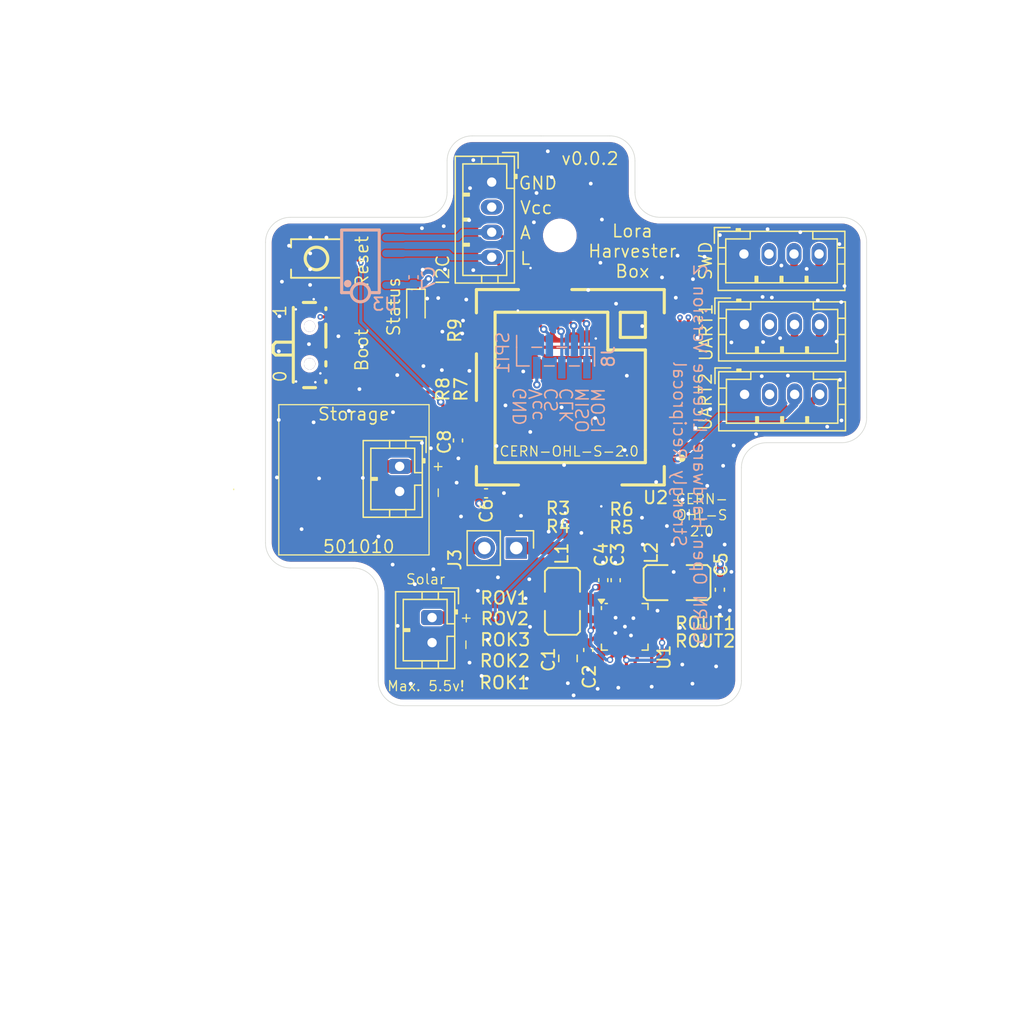
<source format=kicad_pcb>
(kicad_pcb (version 20241229) (generator "pcbnew") (generator_version "9.0")
  (layers (0 "F.Cu" signal "Front") (4 "In1.Cu" signal) (6 "In2.Cu" signal) (2 "B.Cu" signal "Back") (13 "F.Paste" user) (15 "B.Paste" user) (5 "F.SilkS" user "F.Silkscreen") (7 "B.SilkS" user "B.Silkscreen") (1 "F.Mask" user) (3 "B.Mask" user) (25 "Edge.Cuts" user))
  (net 0 "")
  (net 1 "/VBAT")
  (net 2 "GND")
  (net 3 "+3V0")
  (net 4 "/VSTOR")
  (net 5 "/VSOLAR")
  (net 7 "Net-(U1-VREF_SAMP)")
  (net 8 "Net-(U1-LBOOST)")
  (net 9 "Net-(U1-LBUCK)")
  (net 10 "Net-(U1-OK_PROG)")
  (net 11 "Net-(U1-OK_HYST)")
  (net 12 "Net-(U1-VRDIV)")
  (net 13 "Net-(U1-VOUT_SET)")
  (net 14 "Net-(U1-VBAT_OV)")
  (net 15 "Net-(BT1-+)")
  (net 16 "Net-(J8-Pin_6)")
  (net 19 "Net-(J8-Pin_4)")
  (net 22 "Net-(J8-Pin_3)")
  (net 28 "Net-(J8-Pin_5)")
  (net 29 "/RST")
  (net 30 "/SWDIO")
  (net 31 "/SWCLK")
  (net 32 "/U1_TX")
  (net 33 "/U1_RX")
  (net 34 "/U2_RX")
  (net 35 "/U2_TX")
  (net 36 "/SCL")
  (net 37 "/SDA")
  (net 38 "/ADC_SOL")
  (net 39 "/ADC_BAT")
  (net 40 "Net-(R7-Pad1)")
  (net 41 "/BOOT")
  (net 42 "Net-(R8-Pad1)")
  (net 43 "Net-(D1-A)")
  (net 44 "Net-(U2-PA8)")
  (footprint "Connector_JST:JST_PH_B4B-PH-K_1x04_P2.00mm_Vertical" (layer "F.Cu") (at 139.24 69.56)
    (property "Reference" "J5" (hide yes))
    (property "Value" "Conn_01x04_Socket" (hide yes))
  )
  (footprint "Resistor_SMD:R_01005_0402Metric_Pad0.57x0.30mm_HandSolder" (layer "F.Cu") (at 115.16 76.7875 -90)
    (property "Reference" "R8")
    (property "Value" "100" (hide yes))
  )
  (footprint "Resistor_SMD:R_01005_0402Metric_Pad0.57x0.30mm_HandSolder" (layer "F.Cu") (at 131.83375 97.3875 -90)
    (property "Reference" "ROK1")
    (property "Value" "4.3M" (hide yes))
  )
  (footprint "Resistor_SMD:R_01005_0402Metric_Pad0.57x0.30mm_HandSolder" (layer "F.Cu") (at 116.12 71.31 180)
    (property "Reference" "R9")
    (property "Value" "330" (hide yes))
  )
  (footprint "Resistor_SMD:R_01005_0402Metric_Pad0.57x0.30mm_HandSolder" (layer "F.Cu") (at 116.49 76.5 -90)
    (property "Reference" "R7")
    (property "Value" "10k" (hide yes))
  )
  (footprint "Capacitor_SMD:C_0402_1005Metric_Pad0.74x0.62mm_HandSolder" (layer "F.Cu") (at 127.97 89.97 90)
    (property "Reference" "C4")
    (property "Value" "4.7uF" (hide yes))
  )
  (footprint "Capacitor_SMD:C_0402_1005Metric_Pad0.74x0.62mm_HandSolder" (layer "F.Cu") (at 126.77 95.55125 -90)
    (property "Reference" "C2")
    (property "Value" "10nF" (hide yes))
  )
  (footprint "Resistor_SMD:R_01005_0402Metric_Pad0.57x0.30mm_HandSolder" (layer "F.Cu") (at 131.17375 97.3875 -90)
    (property "Reference" "ROK2")
    (property "Value" "6.8M" (hide yes))
  )
  (footprint "Connector_JST:JST_PH_B4B-PH-K_1x04_P2.00mm_Vertical" (layer "F.Cu") (at 139.2 63.93)
    (property "Reference" "J4" (hide yes))
    (property "Value" "Conn_01x04_Socket" (hide yes))
  )
  (footprint "Capacitor_SMD:C_0402_1005Metric_Pad0.74x0.62mm_HandSolder" (layer "F.Cu") (at 118.61 83.04 180)
    (property "Reference" "C6")
    (property "Value" "C" (hide yes))
  )
  (footprint "Resistor_SMD:R_01005_0402Metric_Pad0.57x0.30mm_HandSolder" (layer "F.Cu") (at 126.0675 84.63 180)
    (property "Reference" "R3")
    (property "Value" "R" (hide yes))
  )
  (footprint "Resistor_SMD:R_01005_0402Metric_Pad0.57x0.30mm_HandSolder" (layer "F.Cu") (at 126.0775 85.32)
    (property "Reference" "R4")
    (property "Value" "R" (hide yes))
  )
  (footprint "Resistor_SMD:R_01005_0402Metric_Pad0.57x0.30mm_HandSolder" (layer "F.Cu") (at 129.15375 97.3925 -90)
    (property "Reference" "ROV1")
    (property "Value" "3.9M" (hide yes))
  )
  (footprint "Resistor_SMD:R_01005_0402Metric_Pad0.57x0.30mm_HandSolder" (layer "F.Cu") (at 127.75 85.34)
    (property "Reference" "R5")
    (property "Value" "R" (hide yes))
  )
  (footprint "Resistor_SMD:R_01005_0402Metric_Pad0.57x0.30mm_HandSolder" (layer "F.Cu") (at 134.09 70.1825 90)
    (property "Reference" "R1" (hide yes))
    (property "Value" "10k" (hide yes))
  )
  (footprint "Capacitor_SMD:C_0402_1005Metric_Pad0.74x0.62mm_HandSolder" (layer "F.Cu") (at 128.96 89.9775 90)
    (property "Reference" "C3")
    (property "Value" "0.01uF" (hide yes))
  )
  (footprint "SolarMeshRepeater_Lib:L1210" (layer "F.Cu") (at 124.71 91.66375 90)
    (property "Reference" "L1")
    (property "Value" "22uH" (hide yes))
  )
  (footprint "Connector_PinHeader_2.54mm:PinHeader_1x02_P2.54mm_Vertical" (layer "F.Cu") (at 121.02 87.41 -90)
    (property "Reference" "J3")
    (property "Value" "Conn_01x02_Pin" (hide yes))
  )
  (footprint "Connector_JST:JST_PH_B2B-PH-K_1x02_P2.00mm_Vertical" (layer "F.Cu") (at 114.3 92.96 -90)
    (property "Reference" "J1" (hide yes))
    (property "Value" "Conn_01x02_Pin" (hide yes))
  )
  (footprint "SolarMeshRepeater_Lib:SW-SMD_SSSS811101" (layer "F.Cu") (at 104.97 71.2 -90)
    (property "Reference" "SW1" (hide yes))
    (property "Value" "SSSS811101" (hide yes))
  )
  (footprint "Resistor_SMD:R_01005_0402Metric_Pad0.57x0.30mm_HandSolder" (layer "F.Cu") (at 132.97125 93.74)
    (property "Reference" "ROUT1")
    (property "Value" "5.1M" (hide yes))
  )
  (footprint "Connector_JST:JST_PH_B4B-PH-K_1x04_P2.00mm_Vertical" (layer "F.Cu") (at 119.06 58.19 -90)
    (property "Reference" "J7" (hide yes))
    (property "Value" "Conn_01x04_Socket" (hide yes))
  )
  (footprint "SolarMeshRepeater_Lib:SW-SMD_L3.9-W3.0-P4.45" (layer "F.Cu") (at 105.07 64.29)
    (property "Reference" "SW2" (hide yes))
    (property "Value" "TS-1088-AR02016" (hide yes))
  )
  (footprint "Connector_JST:JST_PH_B2B-PH-K_1x02_P2.00mm_Vertical" (layer "F.Cu") (at 111.71 80.89 -90)
    (property "Reference" "J2" (hide yes))
    (property "Value" "Conn_01x02_Pin" (hide yes))
  )
  (footprint "Resistor_SMD:R_01005_0402Metric_Pad0.57x0.30mm_HandSolder" (layer "F.Cu") (at 134.76 70.17 90)
    (property "Reference" "R2" (hide yes))
    (property "Value" "10k" (hide yes))
  )
  (footprint "SolarMeshRepeater_Lib:WIRELM-SMD_32P-L15.5-W15.0-P1.00" (layer "F.Cu") (at 125.33 74.59 180)
    (property "Reference" "U2")
    (property "Value" "RAK3172-8-SM-I" (hide yes))
  )
  (footprint "Connector_JST:JST_PH_B4B-PH-K_1x04_P2.00mm_Vertical" (layer "F.Cu") (at 139.25 75.14)
    (property "Reference" "J6" (hide yes))
    (property "Value" "Conn_01x04_Socket" (hide yes))
  )
  (footprint "SolarMeshRepeater_Lib:L1210" (layer "F.Cu") (at 133.86375 90.17)
    (property "Reference" "L2")
    (property "Value" "10uH" (hide yes))
  )
  (footprint "SolarMeshRepeater_Lib:501010" (layer "F.Cu") (at 102.06 81.96 90)
    (property "Reference" "BT1" (hide yes))
    (property "Value" "Battery" (hide yes))
  )
  (footprint "LED_SMD:LED_0603_1608Metric" (layer "F.Cu") (at 113.01 68.23 -90)
    (property "Reference" "D1" (hide yes))
    (property "Value" "LED" (hide yes))
  )
  (footprint "Capacitor_SMD:C_0805_2012Metric" (layer "F.Cu") (at 125.15 96.22 -90)
    (property "Reference" "C1")
    (property "Value" "4.7uF" (hide yes))
  )
  (footprint "Capacitor_SMD:C_0402_1005Metric_Pad0.74x0.62mm_HandSolder" (layer "F.Cu") (at 137.28 90.74 90)
    (property "Reference" "C5")
    (property "Value" "C" (hide yes))
  )
  (footprint "Resistor_SMD:R_01005_0402Metric_Pad0.57x0.30mm_HandSolder" (layer "F.Cu") (at 130.51375 97.3925 90)
    (property "Reference" "ROK3")
    (property "Value" "1.9M" (hide yes))
  )
  (footprint "Resistor_SMD:R_01005_0402Metric_Pad0.57x0.30mm_HandSolder" (layer "F.Cu") (at 129.81375 97.395 -90)
    (property "Reference" "ROV2")
    (property "Value" "5.1M" (hide yes))
  )
  (footprint "Capacitor_SMD:C_0402_1005Metric_Pad0.74x0.62mm_HandSolder" (layer "F.Cu") (at 116.37 78.82 -90)
    (property "Reference" "C8")
    (property "Value" "C" (hide yes))
  )
  (footprint "MountingHole:MountingHole_2.2mm_M2" (layer "F.Cu") (at 124.5 62.45)
    (property "Reference" "H1" (hide yes))
    (property "Value" "MountingHole" (hide yes))
  )
  (footprint "Resistor_SMD:R_01005_0402Metric_Pad0.57x0.30mm_HandSolder" (layer "F.Cu") (at 127.74 84.65 180)
    (property "Reference" "R6")
    (property "Value" "R" (hide yes))
  )
  (footprint "Resistor_SMD:R_01005_0402Metric_Pad0.57x0.30mm_HandSolder" (layer "F.Cu") (at 132.97375 94.4)
    (property "Reference" "ROUT2")
    (property "Value" "7.5M" (hide yes))
  )
  (footprint "Package_DFN_QFN:QFN-20-1EP_3.5x3.5mm_P0.5mm_EP2x2mm" (layer "F.Cu") (at 129.68125 93.7)
    (property "Reference" "U1")
    (property "Value" "BQ25570" (hide yes))
  )
  (footprint "SolarMeshRepeater_Lib:SOIC-8_L5.0-W4.0-P1.27-LS6.0-BL" (layer "B.Cu") (at 108.58 64.515 90)
    (property "Reference" "U3")
    (property "Value" "FM24V10-GTR_C466851" (hide yes))
  )
  (footprint "Connector_PinHeader_1.00mm:PinHeader_1x06_P1.00mm_Vertical_SMD_Pin1Left" (layer "B.Cu") (at 124.16 72.125 -90)
    (property "Reference" "J8")
    (property "Value" "Conn_01x06_Socket" (hide yes))
  )
  (footprint "Capacitor_SMD:C_0402_1005Metric_Pad0.74x0.62mm_HandSolder" (layer "B.Cu") (at 112.82 65.785 -90)
    (property "Reference" "C7")
    (property "Value" "C" (hide yes))
  )
  (gr_rect (start 135.66 89.69) (end 137.68 90.65) (stroke (width 0.1)) (fill yes) (layer "F.Cu") (net 3))
  (gr_poly (pts (xy 132.97 91.5) (xy 132.97 88.17375) (xy 130.66 88.15375) (xy 130.664775 92.33) (xy 130.73375 92.33) (xy 131.1 92.23) (xy 131.63 92.02)) (stroke (width 0.254)) (fill yes) (layer "F.Cu") (net 9))
  (gr_poly (pts (xy 131.01 93.14) (xy 132.28 93.15) (xy 134.25 92.08) (xy 134.19 91.91) (xy 134.28 88.29) (xy 136.63375 88.22) (xy 136.603785 93.214219) (xy 131.01 93.26)) (stroke (width 0.254)) (fill yes) (layer "F.Cu") (net 3))
  (gr_poly (pts (xy 128.71 91.55) (xy 128.63 91.54) (xy 128.092435 91.523201) (xy 126.38 90.97) (xy 126.34 89.05) (xy 123.523735 89.03375) (xy 123.13 89.03) (xy 123.17 91.72) (xy 126.653785 91.746594) (xy 127.462436 92.070096) (xy 128.75 92.35) (xy 128.76 91.57)) (stroke (width 0.254)) (fill yes) (layer "F.Cu") (net 8))
  (gr_poly (pts (xy 127.500699 93.06383) (xy 127.343103 93.031774) (xy 126.24 92.43) (xy 123.151032 92.420067) (xy 123.12 94.3) (xy 126.32 94.29375) (xy 126.31 93.29) (xy 128.36 93.27) (xy 128.38 93.09)) (stroke (width 0.254)) (fill yes) (layer "F.Cu") (net 5))
  (gr_line (start 98.46 82.75) (end 98.46 82.7) (stroke (width 0.1)) (layer "F.SilkS"))
  (gr_arc (start 112 100) (mid 110.585786 99.414214) (end 110 98) (stroke (width 0.05)) (layer "Edge.Cuts"))
  (gr_arc (start 115.5 56.5) (mid 116.085786 55.085786) (end 117.5 54.5) (stroke (width 0.05)) (layer "Edge.Cuts"))
  (gr_line (start 139 98) (end 139 81) (stroke (width 0.05)) (layer "Edge.Cuts"))
  (gr_line (start 101 87) (end 101 63) (stroke (width 0.05)) (layer "Edge.Cuts"))
  (gr_arc (start 132.5 61) (mid 131.085786 60.414214) (end 130.5 59) (stroke (width 0.05)) (layer "Edge.Cuts"))
  (gr_line (start 112 100) (end 137 100) (stroke (width 0.05)) (layer "Edge.Cuts"))
  (gr_line (start 117.5 54.5) (end 123 54.5) (stroke (width 0.05)) (layer "Edge.Cuts"))
  (gr_line (start 108 89) (end 103 89) (stroke (width 0.05)) (layer "Edge.Cuts"))
  (gr_arc (start 128.5 54.5) (mid 129.914214 55.085786) (end 130.5 56.5) (stroke (width 0.05)) (layer "Edge.Cuts"))
  (gr_arc (start 149 77) (mid 148.414214 78.414214) (end 147 79) (stroke (width 0.05)) (layer "Edge.Cuts"))
  (gr_arc (start 147 61) (mid 148.414214 61.585786) (end 149 63) (stroke (width 0.05)) (layer "Edge.Cuts"))
  (gr_line (start 115.5 59) (end 115.5 56.5) (stroke (width 0.05)) (layer "Edge.Cuts"))
  (gr_line (start 103 61) (end 113.5 61) (stroke (width 0.05)) (layer "Edge.Cuts"))
  (gr_arc (start 101 63) (mid 101.585786 61.585786) (end 103 61) (stroke (width 0.05)) (layer "Edge.Cuts"))
  (gr_arc (start 115.5 59) (mid 114.914214 60.414214) (end 113.5 61) (stroke (width 0.05)) (layer "Edge.Cuts"))
  (gr_line (start 110 98) (end 110 91) (stroke (width 0.05)) (layer "Edge.Cuts"))
  (gr_line (start 123 54.5) (end 128.5 54.5) (stroke (width 0.05)) (layer "Edge.Cuts"))
  (gr_line (start 147 61) (end 132.5 61) (stroke (width 0.05)) (layer "Edge.Cuts"))
  (gr_line (start 141 79) (end 147 79) (stroke (width 0.05)) (layer "Edge.Cuts"))
  (gr_arc (start 103 89) (mid 101.585786 88.414214) (end 101 87) (stroke (width 0.05)) (layer "Edge.Cuts"))
  (gr_arc (start 108 89) (mid 109.414214 89.585786) (end 110 91) (stroke (width 0.05)) (layer "Edge.Cuts"))
  (gr_line (start 149 77) (end 149 63) (stroke (width 0.05)) (layer "Edge.Cuts"))
  (gr_line (start 130.5 56.5) (end 130.5 59) (stroke (width 0.05)) (layer "Edge.Cuts"))
  (gr_arc (start 139 81) (mid 139.585786 79.585786) (end 141 79) (stroke (width 0.05)) (layer "Edge.Cuts"))
  (gr_arc (start 139 98) (mid 138.414214 99.414214) (end 137 100) (stroke (width 0.05)) (layer "Edge.Cuts"))
  (gr_text "Boot" (at 109.27 73.38 90) (layer "F.SilkS") (effects (font (size 1 1) (thickness 0.125)) (justify left bottom)))
  (gr_text "-" (at 115.2 83.55 90) (layer "F.SilkS") (effects (font (size 0.8 0.8) (thickness 0.1)) (justify left bottom)))
  (gr_text "Vcc" (at 121.25 60.82 0) (layer "F.SilkS") (effects (font (size 1 1) (thickness 0.125)) (justify left bottom)))
  (gr_text "Lora\nHarvester\nBox" (at 130.29 65.9 0) (layer "F.SilkS") (effects (font (size 1 1) (thickness 0.125)) (justify bottom)))
  (gr_text "GND" (at 121.14 58.86 0) (layer "F.SilkS") (effects (font (size 1 1) (thickness 0.125)) (justify left bottom)))
  (gr_text "0" (at 102.75 74.26 90) (layer "F.SilkS") (effects (font (size 1 1) (thickness 0.125)) (justify left bottom)))
  (gr_text "1" (at 102.73 69.03 90) (layer "F.SilkS") (effects (font (size 1 1) (thickness 0.125)) (justify left bottom)))
  (gr_text "Max. 5.5v!" (at 110.66 98.9 0) (layer "F.SilkS") (effects (font (size 0.8 0.8) (thickness 0.1)) (justify left bottom)))
  (gr_text "CERN-OHL-S-2.0" (at 119.62 80.16 0) (layer "F.SilkS") (effects (font (size 0.8 0.8) (thickness 0.1)) (justify left bottom)))
  (gr_text "Solar" (at 112.16 90.37 0) (layer "F.SilkS") (effects (font (size 0.8 0.8) (thickness 0.1)) (justify left bottom)))
  (gr_text "501010" (at 105.51 87.88 0) (layer "F.SilkS") (effects (font (size 1 1) (thickness 0.125)) (justify left bottom)))
  (gr_text "A" (at 121.24 62.83 0) (layer "F.SilkS") (effects (font (size 1 1) (thickness 0.125)) (justify left bottom)))
  (gr_text "Storage" (at 105.11 77.3 0) (layer "F.SilkS") (effects (font (size 1 1) (thickness 0.125)) (justify left bottom)))
  (gr_text "SWD" (at 136.72 66.1 90) (layer "F.SilkS") (effects (font (size 1 1) (thickness 0.125)) (justify left bottom)))
  (gr_text "+" (at 117.44 93.57 90) (layer "F.SilkS") (effects (font (size 0.8 0.8) (thickness 0.1)) (justify left bottom)))
  (gr_text "L" (at 121.25 64.87 0) (layer "F.SilkS") (effects (font (size 1 1) (thickness 0.125)) (justify left bottom)))
  (gr_text "v0.0.2" (at 124.54 56.9 0) (layer "F.SilkS") (effects (font (size 1 1) (thickness 0.125)) (justify left bottom)))
  (gr_text "UART2" (at 136.71 78.12 90) (layer "F.SilkS") (effects (font (size 1 1) (thickness 0.125)) (justify left bottom)))
  (gr_text "UART1" (at 136.77 72.58 90) (layer "F.SilkS") (effects (font (size 1 1) (thickness 0.125)) (justify left bottom)))
  (gr_text "I2C" (at 115.74 66.51 90) (layer "F.SilkS") (effects (font (size 1 1) (thickness 0.125)) (justify left bottom)))
  (gr_text "Reset" (at 109.29 66.67 90) (layer "F.SilkS") (effects (font (size 1 1) (thickness 0.125)) (justify left bottom)))
  (gr_text "CERN-\nOHL-S\n2.0" (at 135.84 86.54 0) (layer "F.SilkS") (effects (font (size 0.8 0.8) (thickness 0.1)) (justify bottom)))
  (gr_text "-" (at 117.41 95.69 90) (layer "F.SilkS") (effects (font (size 0.8 0.8) (thickness 0.1)) (justify left bottom)))
  (gr_text "+" (at 115.19 81.47 90) (layer "F.SilkS") (effects (font (size 0.8 0.8) (thickness 0.1)) (justify left bottom)))
  (gr_text "Status" (at 111.82 70.58 90) (layer "F.SilkS") (effects (font (size 1 1) (thickness 0.125)) (justify left bottom)))
  (gr_text "SPI1" (at 120.54 70.05 90) (layer "B.SilkS") (effects (font (size 1 1) (thickness 0.125)) (justify left bottom mirror)))
  (gr_text "MOSI" (at 128.17 74.54 90) (layer "B.SilkS") (effects (font (size 1 1) (thickness 0.125)) (justify left bottom mirror)))
  (gr_text "CLK" (at 125.64 74.52 90) (layer "B.SilkS") (effects (font (size 1 1) (thickness 0.125)) (justify left bottom mirror)))
  (gr_text "CERN Open Hardware Licence Version 2 \nStrongly Reciprocal " (at 133.47 79.52 270) (layer "B.SilkS") (effects (font (size 1 1) (thickness 0.125)) (justify bottom mirror)))
  (gr_text "GND" (at 121.91 74.5 90) (layer "B.SilkS") (effects (font (size 1 1) (thickness 0.125)) (justify left bottom mirror)))
  (gr_text "CS" (at 124.42 74.52 90) (layer "B.SilkS") (effects (font (size 1 1) (thickness 0.125)) (justify left bottom mirror)))
  (gr_text "Vcc" (at 123.17 74.61 90) (layer "B.SilkS") (effects (font (size 1 1) (thickness 0.125)) (justify left bottom mirror)))
  (gr_text "MISO" (at 126.9 74.51 90) (layer "B.SilkS") (effects (font (size 1 1) (thickness 0.125)) (justify left bottom mirror)))
  (segment (start 129.9 91.1) (end 129.9 90.79) (width 0.25) (layer "F.Cu") (net 1))
  (segment (start 129.68125 92.0125) (end 129.68125 91.31875) (width 0.25) (layer "F.Cu") (net 1))
  (segment (start 129.91 90.78) (end 129.9 90.79) (width 0.5) (layer "F.Cu") (net 1))
  (segment (start 129.25 87.44) (end 129.91 88.1) (width 0.5) (layer "F.Cu") (net 1))
  (segment (start 129.68125 91.31875) (end 129.9 91.1) (width 0.25) (layer "F.Cu") (net 1))
  (segment (start 127.4125 85.34) (end 127.4125 87.3725) (width 0.25) (layer "F.Cu") (net 1))
  (segment (start 128.61 87.41) (end 129.22 87.41) (width 1) (layer "F.Cu") (net 1))
  (segment (start 127.45 87.41) (end 128.61 87.41) (width 1) (layer "F.Cu") (net 1))
  (segment (start 127.4125 87.3725) (end 127.45 87.41) (width 0.25) (layer "F.Cu") (net 1))
  (segment (start 121.02 87.41) (end 127.45 87.41) (width 1) (layer "F.Cu") (net 1))
  (segment (start 129.91 88.1) (end 129.91 90.78) (width 0.5) (layer "F.Cu") (net 1))
  (segment (start 129.22 87.41) (end 129.755 87.945) (width 1) (layer "F.Cu") (net 1))
  (segment (start 130.18125 92.8175) (end 130.3725 93.00875) (width 0.254) (layer "F.Cu") (net 2))
  (segment (start 134.06 93.74) (end 134.09 93.77) (width 0.5) (layer "F.Cu") (net 2))
  (segment (start 103.42 74.13) (end 103.44 74.11) (width 0.25) (layer "F.Cu") (net 2))
  (segment (start 128.9525 92.97125) (end 128.68625 92.705) (width 0.254) (layer "F.Cu") (net 2))
  (segment (start 105.26 83.61) (end 108.89 83.61) (width 1) (layer "F.Cu") (net 2))
  (segment (start 120.0175 83.04) (end 120.0375 83.02) (width 0.6) (layer "F.Cu") (net 2))
  (segment (start 118.04 79.27) (end 116.7 79.27) (width 0.5) (layer "F.Cu") (net 2))
  (segment (start 130.90398 92.7) (end 130.89198 92.712) (width 0.254) (layer "F.Cu") (net 2))
  (segment (start 130.647263 92.733987) (end 129.6975 93.68375) (width 0.254) (layer "F.Cu") (net 2))
  (segment (start 130.768193 92.712) (end 130.647263 92.733987) (width 0.254) (layer "F.Cu") (net 2))
  (segment (start 105.62 74.81) (end 104.98 74.17) (width 0.5) (layer "F.Cu") (net 2))
  (segment (start 102.89 64.29) (end 102.89 63.28) (width 0.5) (layer "F.Cu") (net 2))
  (segment (start 128.91 89.43875) (end 128.91 88.59375) (width 0.5) (layer "F.Cu") (net 2))
  (segment (start 128.431249 94.7) (end 128.937499 94.193749) (width 0.254) (layer "F.Cu") (net 2))
  (segment (start 137.28 92.12) (end 137.28 92.74) (width 0.6) (layer "F.Cu") (net 2))
  (segment (start 104.86 67.55) (end 104.85 67.54) (width 0.25) (layer "F.Cu") (net 2))
  (segment (start 109.61 82.89) (end 111.71 82.89) (width 1) (layer "F.Cu") (net 2))
  (segment (start 133.30875 93.74) (end 134.06 93.74) (width 0.25) (layer "F.Cu") (net 2))
  (segment (start 131.36875 92.7) (end 130.90398 92.7) (width 0.254) (layer "F.Cu") (net 2))
  (segment (start 125.15 98.19) (end 125.14 98.2) (width 0.6) (layer "F.Cu") (net 2))
  (segment (start 116.77 69.25) (end 118.02 69.25) (width 0.6) (layer "F.Cu") (net 2))
  (segment (start 127.95 89.43625) (end 127.95 88.56375) (width 0.5) (layer "F.Cu") (net 2))
  (segment (start 108.89 83.61) (end 109.61 82.89) (width 1) (layer "F.Cu") (net 2))
  (segment (start 127.81 84.08) (end 127.4025 84.4875) (width 0.25) (layer "F.Cu") (net 2))
  (segment (start 130.89198 92.712) (end 130.768193 92.712) (width 0.254) (layer "F.Cu") (net 2))
  (segment (start 132.62 70.27) (end 131.66 70.27) (width 0.6) (layer "F.Cu") (net 2))
  (segment (start 126.75 97.11375) (end 126.77 97.09375) (width 0.508) (layer "F.Cu") (net 2))
  (segment (start 126.77 97.09375) (end 126.77 96.11875) (width 0.508) (layer "F.Cu") (net 2))
  (segment (start 132.3 92.42) (end 132.02 92.7) (width 0.254) (layer "F.Cu") (net 2))
  (segment (start 130.18125 92.0125) (end 130.18125 92.8175) (width 0.254) (layer "F.Cu") (net 2))
  (segment (start 129.15375 97.73) (end 129.15375 98.54375) (width 0.254) (layer "F.Cu") (net 2))
  (segment (start 128.68625 92.705) (end 129.68125 93.7) (width 0.254) (layer "F.Cu") (net 2))
  (segment (start 102.89 63.28) (end 102.88 63.27) (width 0.5) (layer "F.Cu") (net 2))
  (segment (start 127.4025 84.4875) (end 127.4025 84.65) (width 0.25) (layer "F.Cu") (net 2))
  (segment (start 124.94 84.6) (end 124.92 84.58) (width 0.25) (layer "F.Cu") (net 2))
  (segment (start 127.99375 94.7) (end 128.431249 94.7) (width 0.254) (layer "F.Cu") (net 2))
  (segment (start 103.42 74.85) (end 103.42 74.13) (width 0.25) (layer "F.Cu") (net 2))
  (segment (start 116.72 70.27) (end 116.71 70.28) (width 0.6) (layer "F.Cu") (net 2))
  (segment (start 130.647263 92.733987) (end 130.3725 93.00875) (width 0.254) (layer "F.Cu") (net 2))
  (segment (start 127.99875 92.705) (end 127.99375 92.7) (width 0.254) (layer "F.Cu") (net 2))
  (segment (start 113.01 67.4425) (end 113.8625 67.4425) (width 0.25) (layer "F.Cu") (net 2))
  (segment (start 119.43 79.27) (end 119.44 79.26) (width 0.6) (layer "F.Cu") (net 2))
  (segment (start 124.83 80.79) (end 124.84 80.78) (width 0.6) (layer "F.Cu") (net 2))
  (segment (start 131.66 70.27) (end 131.08 69.69) (width 0.6) (layer "F.Cu") (net 2))
  (segment (start 116.7 79.27) (end 116.58 79.39) (width 0.5) (layer "F.Cu") (net 2))
  (segment (start 116.37 80.22) (end 116.37 79.3875) (width 0.25) (layer "F.Cu") (net 2))
  (segment (start 118.04 70.27) (end 116.72 70.27) (width 0.6) (layer "F.Cu") (net 2))
  (segment (start 137.28 91.3075) (end 137.28 92.12) (width 0.6) (layer "F.Cu") (net 2))
  (segment (start 105.62 67.55) (end 104.86 67.55) (width 0.25) (layer "F.Cu") (net 2))
  (segment (start 132.3 92.41) (end 132.3 92.42) (width 0.254) (layer "F.Cu") (net 2))
  (segment (start 119.1775 83.04) (end 120.0175 83.04) (width 0.6) (layer "F.Cu") (net 2))
  (segment (start 125.15 97.17) (end 125.15 98.19) (width 1) (layer "F.Cu") (net 2))
  (segment (start 125.7425 84.6) (end 124.94 84.6) (width 0.25) (layer "F.Cu") (net 2))
  (segment (start 124.83 82.16) (end 124.83 80.79) (width 0.6) (layer "F.Cu") (net 2))
  (segment (start 130.18125 94.39) (end 130.18125 95.3875) (width 0.254) (layer "F.Cu") (net 2))
  (segment (start 132.02 92.7) (end 131.36875 92.7) (width 0.254) (layer "F.Cu") (net 2))
  (segment (start 128.91 88.59375) (end 128.92 88.58375) (width 0.254) (layer "F.Cu") (net 2))
  (segment (start 106.52 73.45) (end 105.39 73.45) (width 0.25) (layer "F.Cu") (net 2))
  (segment (start 128.68625 92.705) (end 127.99875 92.705) (width 0.254) (layer "F.Cu") (net 2))
  (segment (start 118.04 79.27) (end 119.43 79.27) (width 0.6) (layer "F.Cu") (net 2))
  (segment (start 129.15375 98.54375) (end 129.17 98.56) (width 0.254) (layer "F.Cu") (net 2))
  (segment (start 116.4 80.25) (end 116.37 80.22) (width 0.25) (layer "F.Cu") (net 2))
  (segment (start 113.8625 67.4425) (end 113.91 67.49) (width 0.25) (layer "F.Cu") (net 2))
  (segment (start 131.83375 98.48) (end 131.83375 97.725) (width 0.254) (layer "F.Cu") (net 2))
  (segment (start 103.42 67.55) (end 103.42 68.35) (width 0.25) (layer "F.Cu") (net 2))
  (segment (start 105.39 73.45) (end 105.38 73.46) (width 0.25) (layer "F.Cu") (net 2))
  (via (at 122.43 61.4) (size 0.6) (drill 0.3) (layers "F.Cu" "B.Cu") (net 2))
  (via (at 135.13 65.94) (size 0.6) (drill 0.3) (layers "F.Cu" "B.Cu") (net 2))
  (via (at 127.37 70.68) (size 0.45) (drill 0.2) (layers "F.Cu" "B.Cu") (net 2))
  (via (at 104.57 63.88) (size 0.6) (drill 0.3) (layers "F.Cu" "B.Cu") (net 2))
  (via (at 116.77 69.25) (size 0.6) (drill 0.3) (layers "F.Cu" "B.Cu") (net 2))
  (via (at 133.5 87.13) (size 0.6) (drill 0.3) (layers "F.Cu" "B.Cu") (net 2))
  (via (at 116.71 70.28) (size 0.6) (drill 0.3) (layers "F.Cu" "B.Cu") (net 2))
  (via (at 145.1 67.63) (size 0.6) (drill 0.3) (layers "F.Cu" "B.Cu") (net 2))
  (via (at 133.9 64.06) (size 0.6) (drill 0.3) (layers "F.Cu" "B.Cu") (net 2))
  (via (at 127.81 84.08) (size 0.45) (drill 0.2) (layers "F.Cu" "B.Cu") (net 2))
  (via (at 135.85 95.17) (size 0.6) (drill 0.3) (layers "F.Cu" "B.Cu") (net 2))
  (via (at 119.44 79.26) (size 0.6) (drill 0.3) (layers "F.Cu" "B.Cu") (net 2))
  (via (at 104.56 66.4) (size 0.6) (drill 0.3) (layers "F.Cu" "B.Cu") (net 2))
  (via (at 129.68 79.59) (size 0.6) (drill 0.3) (layers "F.Cu" "B.Cu") (net 2))
  (via (at 102.06 71.7) (size 0.6) (drill 0.3) (layers "F.Cu" "B.Cu") (net 2))
  (via (at 113.91 67.49) (size 0.6) (drill 0.3) (layers "F.Cu" "B.Cu") (net 2))
  (via (at 136.27 82.44) (size 0.6) (drill 0.3) (layers "F.Cu" "B.Cu") (net 2))
  (via (at 136.41 86.37) (size 0.6) (drill 0.3) (layers "F.Cu" "B.Cu") (net 2))
  (via (at 112.6 98.24) (size 0.6) (drill 0.3) (layers "F.Cu" "B.Cu") (net 2))
  (via (at 115.33 65.15) (size 0.6) (drill 0.3) (layers "F.Cu" "B.Cu") (net 2))
  (via (at 140.73 70.96) (size 0.6) (drill 0.3) (layers "F.Cu" "B.Cu") (net 2))
  (via (at 102.31 66.14) (size 0.6) (drill 0.3) (layers "F.Cu" "B.Cu") (net 2))
  (via (at 142.09 70.65) (size 0.6) (drill 0.3) (layers "F.Cu" "B.Cu") (net 2))
  (via (at 105.865 62.62) (size 0.6) (drill 0.3) (layers "F.Cu" "B.Cu") (net 2))
  (via (at 117.03 67.57) (size 0.6) (drill 0.3) (layers "F.Cu" "B.Cu") (net 2))
  (via (at 133.76 67.42) (size 0.6) (drill 0.3) (layers "F.Cu" "B.Cu") (net 2))
  (via (at 102.06 77.18) (size 0.6) (drill 0.3) (layers "F.Cu" "B.Cu") (net 2))
  (via (at 143.7 62.19) (size 0.6) (drill 0.3) (layers "F.Cu" "B.Cu") (net 2))
  (via (at 123.54 55.73) (size 0.6) (drill 0.3) (layers "F.Cu" "B.Cu") (net 2))
  (via (at 146.87 73.98) (size 0.6) (drill 0.3) (layers "F.Cu" "B.Cu") (net 2))
  (via (at 129.85 73.65) (size 0.6) (drill 0.3) (layers "F.Cu" "B.Cu") (net 2))
  (via (at 136.05 64.15) (size 0.6) (drill 0.3) (layers "F.Cu" "B.Cu") (net 2))
  (via (at 129.6975 93.68375) (size 0.5) (drill 0.3) (layers "F.Cu" "B.Cu") (net 2))
  (via (at 144.21 65.12) (size 0.6) (drill 0.3) (layers "F.Cu" "B.Cu") (net 2))
  (via (at 133.59 89.32) (size 0.6) (drill 0.3) (layers "F.Cu" "B.Cu") (net 2))
  (via (at 113.61 72.88) (size 0.6) (drill 0.3) (layers "F.Cu" "B.Cu") (net 2))
  (via (at 127.32 77.03) (size 0.6) (drill 0.3) (layers "F.Cu" "B.Cu") (net 2))
  (via (at 126.97 58.31) (size 0.6) (drill 0.3) (layers "F.Cu" "B.Cu") (net 2))
  (via (at 138.2 70.99) (size 0.6) (drill 0.3) (layers "F.Cu" "B.Cu") (net 2))
  (via (at 122.12 93.7) (size 0.6) (drill 0.3) (layers "F.Cu" "B.Cu") (net 2))
  (via (at 113.49 61.87) (size 0.6) (drill 0.3) (layers "F.Cu" "B.Cu") (net 2))
  (via (at 128.9525 92.97125) (size 0.5) (drill 0.3) (layers "F.Cu" "B.Cu") (net 2))
  (via (at 118.76 94.73) (size 0.6) (drill 0.3) (layers "F.Cu" "B.Cu") (net 2))
  (via (at 122.14 78.14) (size 0.6) (drill 0.3) (layers "F.Cu" "B.Cu") (net 2))
  (via (at 142.19 64.85) (size 0.6) (drill 0.3) (layers "F.Cu" "B.Cu") (net 2))
  (via (at 140.69 67.36) (size 0.6) (drill 0.3) (layers "F.Cu" "B.Cu") (net 2))
  (via (at 137.28 92.74) (size 0.6) (drill 0.3) (layers "F.Cu" "B.Cu") (net 2))
  (via (at 104.85 67.54) (size 0.45) (drill 0.2) (layers "F.Cu" "B.Cu") (net 2))
  (via (at 123.85 57.8) (size 0.6) (drill 0.3) (layers "F.Cu" "B.Cu") (net 2))
  (via (at 126.77 66.81) (size 0.6) (drill 0.3) (layers "F.Cu" "B.Cu") (net 2))
  (via (at 116.26 82.19) (size 0.6) (drill 0.3) (layers "F.Cu" "B.Cu") (net 2))
  (via (at 102.88 63.27) (size 0.6) (drill 0.3) (layers "F.Cu" "B.Cu") (net 2))
  (via (at 135.33 77.83) (size 0.6) (drill 0.3) (layers "F.Cu" "B.Cu") (net 2))
  (via (at 122.16 65.05) (size 0.45) (drill 0.2) (layers "F.Cu" "B.Cu") (net 2))
  (via (at 145.85 77.72) (size 0.6) (drill 0.3) (layers "F.Cu" "B.Cu") (net 2))
  (via (at 138.07 92.39) (size 0.6) (drill 0.3) (layers "F.Cu" "B.Cu") (net 2))
  (via (at 132.19 82.14) (size 0.6) (drill 0.3) (layers "F.Cu" "B.Cu") (net 2))
  (via (at 125.14 98.2) (size 0.6) (drill 0.3) (layers "F.Cu" "B.Cu") (net 2))
  (via (at 115.08 73.2) (size 0.6) (drill 0.3) (layers "F.Cu" "B.Cu") (net 2))
  (via (at 130.18125 94.39) (size 0.5) (drill 0.3) (layers "F.Cu" "B.Cu") (net 2))
  (via (at 113.55 65.18) (size 0.6) (drill 0.3) (layers "F.Cu" "B.Cu") (net 2))
  (via (at 127.86 61.18) (size 0.6) (drill 0.3) (layers "F.Cu" "B.Cu") (net 2))
  (via (at 127.95 88.56375) (size 0.5) (drill 0.3) (layers "F.Cu" "B.Cu") (net 2))
  (via (at 125.6 99.17) (size 0.6) (drill 0.3) (layers "F.Cu" "B.Cu") (net 2))
  (via (at 114.2 79.44) (size 0.6) (drill 0.3) (layers "F.Cu" "B.Cu") (net 2))
  (via (at 146.99 77.22) (size 0.6) (drill 0.3) (layers "F.Cu" "B.Cu") (net 2))
  (via (at 142.71 73.64) (size 0.6) (drill 0.3) (layers "F.Cu" "B.Cu") (net 2))
  (via (at 103.42 68.35) (size 0.45) (drill 0.2) (layers "F.Cu" "B.Cu") (net 2))
  (via (at 134.76 84.67) (size 0.6) (drill 0.3) (layers "F.Cu" "B.Cu") (net 2))
  (via (at 117.59 56.43) (size 0.6) (drill 0.3) (layers "F.Cu" "B.Cu") (net 2))
  (via (at 137.66 87.13) (size 0.6) (drill 0.3) (layers "F.Cu" "B.Cu") (net 2))
  (via (at 105.38 73.46) (size 0.45) (drill 0.2) (layers "F.Cu" "B.Cu") (net 2))
  (via (at 141.09 61.95) (size 0.6) (drill 0.3) (layers "F.Cu" "B.Cu") (net 2))
  (via (at 146.82 63.14) (size 0.6) (drill 0.3) (layers "F.Cu" "B.Cu") (net 2))
  (via (at 108.77 81.81) (size 0.6) (drill 0.3) (layers "F.Cu" "B.Cu") (net 2))
  (via (at 131.06 84.99) (size 0.6) (drill 0.3) (layers "F.Cu" "B.Cu") (net 2))
  (via (at 117.59 65.22) (size 0.6) (drill 0.3) (layers "F.Cu" "B.Cu") (net 2))
  (via (at 104.47 71.13) (size 0.6) (drill 0.3) (layers "F.Cu" "B.Cu") (net 2))
  (via (at 132.3 92.41) (size 0.6) (drill 0.3) (layers "F.Cu" "B.Cu") (net 2))
  (via (at 114.79 67.45) (size 0.6) (drill 0.3) (layers "F.Cu" "B.Cu") (net 2))
  (via (at 128.937499 94.193749) (size 0.5) (drill 0.3) (layers "F.Cu" "B.Cu") (net 2))
  (via (at 130.3725 93.00875) (size 0.5) (drill 0.3) (layers "F.Cu" "B.Cu") (net 2))
  (via (at 117.33 58.67) (size 0.6) (drill 0.3) (layers "F.Cu" "B.Cu") (net 2))
  (via (at 141.43 67.41) (size 0.6) (drill 0.3) (layers "F.Cu" "B.Cu") (net 2))
  (via (at 137.28 62.42) (size 0.6) (drill 0.3) (layers "F.Cu" "B.Cu") (net 2))
  (via (at 103.44 74.11) (size 0.45) (drill 0.2) (layers "F.Cu" "B.Cu") (net 2))
  (via (at 112.92 90.3) (size 0.6) (drill 0.3) (layers "F.Cu" "B.Cu") (net 2))
  (via (at 108.69 71.32) (size 0.6) (drill 0.3) (layers "F.Cu" "B.Cu") (net 2))
  (via (at 121.77 91.43) (size 0.6) (drill 0.3) (layers "F.Cu" "B.Cu") (net 2))
  (via (at 111.55 93.62) (size 0.6) (drill 0.3) (layers "F.Cu" "B.Cu") (net 2))
  (via (at 104.84 77.37) (size 0.6) (drill 0.3) (layers "F.Cu" "B.Cu") (net 2))
  (via (at 134.3 83.54) (size 0.6) (drill 0.3) (layers "F.Cu" "B.Cu") (net 2))
  (via (at 104.56 65.15) (size 0.6) (drill 0.3) (layers "F.Cu" "B.Cu") (net 2))
  (via (at 120.0375 83.02) (size 0.6) (drill 0.3) (layers "F.Cu" "B.Cu") (net 2))
  (via (at 131.83375 98.48) (size 0.6) (drill 0.3) (layers "F.Cu" "B.Cu") (net 2))
  (via (at 135.49 70.62) (size 0.6) (drill 0.3) (layers "F.Cu" "B.Cu") (net 2))
  (via (at 106.82 70.5) (size 0.6) (drill 0.3) (layers "F.Cu" "B.Cu") (net 2))
  (via (at 119.56 89.75) (size 0.6) (drill 0.3) (layers "F.Cu" "B.Cu") (net 2))
  (via (at 114.4 89.1) (size 0.6) (drill 0.3) (layers "F.Cu" "B.Cu") (net 2))
  (via (at 118.25 97.62) (size 0.6) (drill 0.3) (layers "F.Cu" "B.Cu") (net 2))
  (via (at 117.29 96.56) (size 0.6) (drill 0.3) (layers "F.Cu" "B.Cu") (net 2))
  (via (at 102.11 68.9) (size 0.6) (drill 0.3) (layers "F.Cu" "B.Cu") (net 2))
  (via (at 146.61 70.92) (size 0.6) (drill 0.3) (layers "F.Cu" "B.Cu") (net 2))
  (via (at 101.91 81.77) (size 0.6) (drill 0.3) (layers "F.Cu" "B.Cu") (net 2))
  (via (at 137.28 92.12) (size 0.6) (drill 0.3) (layers "F.Cu" "B.Cu") (net 2))
  (via (at 124.92 84.58) (size 0.45) (drill 0.2) (layers "F.Cu" "B.Cu") (net 2))
  (via (at 134.28 96.71) (size 0.6) (drill 0.3) (layers "F.Cu" "B.Cu") (net 2))
  (via (at 126.75 97.11375) (size 0.6) (drill 0.3) (layers "F.Cu" "B.Cu") (net 2))
  (via (at 127.74 64.63) (size 0.6) (drill 0.3) (layers "F.Cu" "B.Cu") (net 2))
  (via (at 147.23 66.49) (size 0.6) (drill 0.3) (layers "F.Cu" "B.Cu") (net 2))
  (via (at 117.26 61.23) (size 0.6) (drill 0.3) (layers "F.Cu" "B.Cu") (net 2))
  (via (at 111.18 76.56) (size 0.6) (drill 0.3) (layers "F.Cu" "B.Cu") (net 2))
  (via (at 128.99 67.9) (size 0.6) (drill 0.3) (layers "F.Cu" "B.Cu") (net 2))
  (via (at 128.92 88.58375) (size 0.5) (drill 0.3) (layers "F.Cu" "B.Cu") (net 2))
  (via (at 115.12 70.13) (size 0.6) (drill 0.3) (layers "F.Cu" "B.Cu") (net 2))
  (via (at 122.06 89.9) (size 0.6) (drill 0.3) (layers "F.Cu" "B.Cu") (net 2))
  (via (at 105.28 81.85) (size 0.6) (drill 0.3) (layers "F.Cu" "B.Cu") (net 2))
  (via (at 113.49 79.02) (size 0.6) (drill 0.3) (layers "F.Cu" "B.Cu") (net 2))
  (via (at 140.62 73.69) (size 0.6) (drill 0.3) (layers "F.Cu" "B.Cu") (net 2))
  (via (at 110.02 86.49) (size 0.6) (drill 0.3) (layers "F.Cu" "B.Cu") (net 2))
  (via (at 136.5 76.32) (size 0.6) (drill 0.3) (layers "F.Cu" "B.Cu") (net 2))
  (via (at 108.5 74.72) (size 0.6) (drill 0.3) (layers "F.Cu" "B.Cu") (net 2))
  (via (at 138.2 89.31) (size 0.6) (drill 0.3) (layers "F.Cu" "B.Cu") (net 2))
  (via (at 122.64 59.06) (size 0.6) (drill 0.3) (layers "F.Cu" "B.Cu") (net 2))
  (via (at 121.87 97.84) (size 0.6) (drill 0.3) (layers "F.Cu" "B.Cu") (net 2))
  (via (at 124.64 76.17) (size 0.6) (drill 0.3) (layers "F.Cu" "B.Cu") (net 2))
  (via (at 111.52 73.6) (size 0.6) (drill 0.3) (layers "F.Cu" "B.Cu") (net 2))
  (via (at 136.98 96.86) (size 0.6) (drill 0.3) (layers "F.Cu" "B.Cu") (net 2))
  (via (at 121.4 84.84) (size 0.6) (drill 0.3) (layers "F.Cu" "B.Cu") (net 2))
  (via (at 120.16 76.02) (size 0.6) (drill 0.3) (layers "F.Cu" "B.Cu") (net 2))
  (via (at 117.96 90.82) (size 0.6) (drill 0.3) (layers "F.Cu" "B.Cu") (net 2))
  (via (at 133.05 85.65) (size 0.6) (drill 0.3) (layers "F.Cu" "B.Cu") (net 2))
  (via (at 131.08 69.69) (size 0.6) (drill 0.3) (layers "F.Cu" "B.Cu") (net 2))
  (via (at 116.61 84.89) (size 0.6) (drill 0.3) (layers "F.Cu" "B.Cu") (net 2))
  (via (at 135.09 98.24) (size 0.6) (drill 0.3) (layers "F.Cu" "B.Cu") (net 2))
  (via (at 107.66 76.46) (size 0.6) (drill 0.3) (layers "F.Cu" "B.Cu") (net 2))
  (via (at 146.97 67.77) (size 0.6) (drill 0.3) (layers "F.Cu" "B.Cu") (net 2))
  (via (at 140.17 78.31) (size 0.6) (drill 0.3) (layers "F.Cu" "B.Cu") (net 2))
  (via (at 117.28 73.26) (size 0.6) (drill 0.3) (layers "F.Cu" "B.Cu") (net 2))
  (via (at 127.52 98.65) (size 0.6) (drill 0.3) (layers "F.Cu" "B.Cu") (net 2))
  (via (at 137.54 80.84) (size 0.6) (drill 0.3) (layers "F.Cu" "B.Cu") (net 2))
  (via (at 116.4 80.25) (size 0.6) (drill 0.3) (layers "F.Cu" "B.Cu") (net 2))
  (via (at 131.12 87.13) (size 0.6) (drill 0.3) (layers "F.Cu" "B.Cu") (net 2))
  (via (at 129.17 98.56) (size 0.6) (drill 0.3) (layers "F.Cu" "B.Cu") (net 2))
  (via (at 132.66 65.8) (size 0.6) (drill 0.3) (layers "F.Cu" "B.Cu") (net 2))
  (via (at 104.98 74.17) (size 0.45) (drill 0.2) (layers "F.Cu" "B.Cu") (net 2))
  (via (at 111.15 88.73) (size 0.6) (drill 0.3) (layers "F.Cu" "B.Cu") (net 2))
  (via (at 123.61 86.1) (size 0.6) (drill 0.3) (layers "F.Cu" "B.Cu") (net 2))
  (via (at 138.38 79.22) (size 0.6) (drill 0.3) (layers "F.Cu" "B.Cu") (net 2))
  (via (at 115.23 61.71) (size 0.6) (drill 0.3) (layers "F.Cu" "B.Cu") (net 2))
  (via (at 121.15 68.45) (size 0.45) (drill 0.2) (layers "F.Cu" "B.Cu") (net 2))
  (via (at 126.22 86.2) (size 0.6) (drill 0.3) (layers "F.Cu" "B.Cu") (net 2))
  (via (at 103.88 85.9) (size 0.6) (drill 0.3) (layers "F.Cu" "B.Cu") (net 2))
  (via (at 104.57 62.62) (size 0.6) (drill 0.3) (layers "F.Cu" "B.Cu") (net 2))
  (via (at 134.09 93.77) (size 0.6) (drill 0.3) (layers "F.Cu" "B.Cu") (net 2))
  (via (at 121.58 73.31) (size 0.6) (drill 0.3) (layers "F.Cu" "B.Cu") (net 2))
  (via (at 124.84 80.78) (size 0.6) (drill 0.3) (layers "F.Cu" "B.Cu") (net 2))
  (segment (start 104.57 62.62) (end 105.865 62.62) (width 0.5) (layer "B.Cu") (net 2))
  (segment (start 121.66 71.25) (end 121.66 73.23) (width 0.25) (layer "B.Cu") (net 2))
  (segment (start 104.57 63.88) (end 105.865 63.88) (width 0.5) (layer "B.Cu") (net 2))
  (segment (start 111.29 65.145) (end 112.7475 65.145) (width 0.5) (layer "B.Cu") (net 2))
  (segment (start 112.82 65.2175) (end 113.5125 65.2175) (width 0.5) (layer "B.Cu") (net 2))
  (segment (start 113.55 65.18) (end 113.5325 65.1975) (width 0.5) (layer "B.Cu") (net 2))
  (segment (start 112.7475 65.145) (end 112.82 65.2175) (width 0.5) (layer "B.Cu") (net 2))
  (segment (start 113.5125 65.2175) (end 113.55 65.18) (width 0.5) (layer "B.Cu") (net 2))
  (segment (start 104.56 66.4) (end 105.845 66.4) (width 0.5) (layer "B.Cu") (net 2))
  (segment (start 113.5325 65.1975) (end 113.5325 65.2175) (width 0.5) (layer "B.Cu") (net 2))
  (segment (start 104.56 65.15) (end 105.865 65.15) (width 0.5) (layer "B.Cu") (net 2))
  (segment (start 113.5325 65.2175) (end 113.54 65.225) (width 0.5) (layer "B.Cu") (net 2))
  (segment (start 121.66 73.23) (end 121.58 73.31) (width 0.25) (layer "B.Cu") (net 2))
  (segment (start 118.0425 83.04) (end 118.0425 82.735) (width 0.6) (layer "F.Cu") (net 3))
  (segment (start 134.09 69.845) (end 134.09 69.0075) (width 0.25) (layer "F.Cu") (net 3))
  (segment (start 137.3 88.698434) (end 137.3 89.31) (width 0.5) (layer "F.Cu") (net 3))
  (segment (start 118.0425 82.735) (end 118.04 82.7325) (width 0.6) (layer "F.Cu") (net 3))
  (segment (start 137.3 89.31) (end 137.3 90.1525) (width 0.5) (layer "F.Cu") (net 3))
  (segment (start 134.09 69.0075) (end 134.1 68.9975) (width 0.25) (layer "F.Cu") (net 3))
  (segment (start 118.04 82.7325) (end 118.04 80.27) (width 0.6) (layer "F.Cu") (net 3))
  (segment (start 118.0425 83.845) (end 118.0475 83.85) (width 0.6) (layer "F.Cu") (net 3))
  (segment (start 106.52 68.95) (end 105.37 68.95) (width 0.25) (layer "F.Cu") (net 3))
  (segment (start 134.76 69.8325) (end 134.76 68.9825) (width 0.25) (layer "F.Cu") (net 3))
  (segment (start 118.0425 83.04) (end 118.0425 83.845) (width 0.6) (layer "F.Cu") (net 3))
  (segment (start 137.313295 88.685139) (end 137.3 88.698434) (width 0.5) (layer "F.Cu") (net 3))
  (via (at 114.015 65.92) (size 0.6) (drill 0.3) (layers "F.Cu" "B.Cu") (net 3))
  (via (at 134.1 68.9975) (size 0.45) (drill 0.2) (layers "F.Cu" "B.Cu") (net 3))
  (via (at 137.313295 88.685139) (size 0.6) (drill 0.3) (layers "F.Cu" "B.Cu") (net 3))
  (via (at 134.76 68.9825) (size 0.45) (drill 0.2) (layers "F.Cu" "B.Cu") (net 3))
  (via (at 105.37 68.95) (size 0.45) (drill 0.2) (layers "F.Cu" "B.Cu") (net 3))
  (via (at 122.67 74.37) (size 0.6) (drill 0.3) (layers "F.Cu" "B.Cu") (net 3))
  (via (at 118.0475 83.85) (size 0.6) (drill 0.3) (layers "F.Cu" "B.Cu") (net 3))
  (via (at 137.3 89.31) (size 0.6) (drill 0.3) (layers "F.Cu" "B.Cu") (net 3))
  (segment (start 122.66 74.36) (end 122.67 74.37) (width 0.25) (layer "B.Cu") (net 3))
  (segment (start 122.66 73) (end 122.66 74.36) (width 0.25) (layer "B.Cu") (net 3))
  (segment (start 111.29 66.425) (end 112.7475 66.425) (width 0.5) (layer "B.Cu") (net 3))
  (segment (start 112.7475 66.425) (end 112.82 66.3525) (width 0.5) (layer "B.Cu") (net 3))
  (segment (start 113.5825 66.3525) (end 112.82 66.3525) (width 0.5) (layer "B.Cu") (net 3))
  (segment (start 114.015 65.92) (end 113.5825 66.3525) (width 0.5) (layer "B.Cu") (net 3))
  (segment (start 129.18125 91.385) (end 128.91 91.11375) (width 0.254) (layer "F.Cu") (net 4))
  (segment (start 128.68125 96.045) (end 128.68125 95.3875) (width 0.254) (layer "F.Cu") (net 4))
  (segment (start 128.69 96.05375) (end 128.68125 96.045) (width 0.254) (layer "F.Cu") (net 4))
  (segment (start 128.51 96.23375) (end 128.69 96.05375) (width 0.254) (layer "F.Cu") (net 4))
  (segment (start 127.99375 93.7) (end 127.27375 93.7) (width 0.254) (layer "F.Cu") (net 4))
  (segment (start 127.34 90.53375) (end 127.9125 90.53375) (width 0.5) (layer "F.Cu") (net 4))
  (segment (start 129.18125 92.0125) (end 129.18125 91.385) (width 0.254) (layer "F.Cu") (net 4))
  (segment (start 128.91 90.57375) (end 127.9525 90.57375) (width 0.508) (layer "F.Cu") (net 4))
  (segment (start 128.51 96.33375) (end 128.51 96.23375) (width 0.254) (layer "F.Cu") (net 4))
  (segment (start 128.91 91.11375) (end 128.91 90.57375) (width 0.254) (layer "F.Cu") (net 4))
  (segment (start 127.27375 93.7) (end 126.97 94.00375) (width 0.254) (layer "F.Cu") (net 4))
  (via (at 126.97 94.00375) (size 0.5) (drill 0.3) (layers "F.Cu" "B.Cu") (net 4))
  (via (at 128.51 96.33375) (size 0.5) (drill 0.3) (layers "F.Cu" "B.Cu") (net 4))
  (via (at 127.34 90.53375) (size 0.5) (drill 0.3) (layers "F.Cu" "B.Cu") (net 4))
  (segment (start 126.97 90.90375) (end 127.34 90.53375) (width 0.254) (layer "B.Cu") (net 4))
  (segment (start 126.97 95.10375) (end 126.97 94.00375) (width 0.254) (layer "B.Cu") (net 4))
  (segment (start 128.51 96.33375) (end 128.2 96.33375) (width 0.254) (layer "B.Cu") (net 4))
  (segment (start 128.2 96.33375) (end 126.97 95.10375) (width 0.254) (layer "B.Cu") (net 4))
  (segment (start 126.97 94.00375) (end 126.97 90.90375) (width 0.254) (layer "B.Cu") (net 4))
  (segment (start 125.89 93.37875) (end 125.78 93.48875) (width 0.508) (layer "F.Cu") (net 5))
  (segment (start 121.65 95.27) (end 125.15 95.27) (width 1) (layer "F.Cu") (net 5))
  (segment (start 125.74 85.32) (end 124.96 85.32) (width 0.25) (layer "F.Cu") (net 5))
  (segment (start 125.15 93.80375) (end 124.71 93.36375) (width 0.6) (layer "F.Cu") (net 5))
  (segment (start 124.96 85.32) (end 124.91 85.37) (width 0.25) (layer "F.Cu") (net 5))
  (segment (start 114.3 92.96) (end 119.34 92.96) (width 1) (layer "F.Cu") (net 5))
  (segment (start 119.34 92.96) (end 121.65 95.27) (width 1) (layer "F.Cu") (net 5))
  (segment (start 125.15 95.27) (end 125.15 93.80375) (width 1) (layer "F.Cu") (net 5))
  (via (at 124.91 85.37) (size 0.45) (drill 0.2) (layers "F.Cu" "B.Cu") (net 5))
  (via (at 119.34 92.96) (size 0.45) (drill 0.2) (layers "F.Cu" "B.Cu") (net 5))
  (segment (start 124.91 85.37) (end 124.91 86.27) (width 0.25) (layer "B.Cu") (net 5))
  (segment (start 124.91 86.27) (end 119.34 91.84) (width 0.25) (layer "B.Cu") (net 5))
  (segment (start 119.34 91.84) (end 119.34 92.96) (width 0.25) (layer "B.Cu") (net 5))
  (segment (start 127.60625 94.2) (end 126.76 95.04625) (width 0.254) (layer "F.Cu") (net 7))
  (segment (start 127.99375 94.2) (end 127.60625 94.2) (width 0.254) (layer "F.Cu") (net 7))
  (segment (start 131.36875 94.7) (end 131.94375 94.7) (width 0.254) (layer "F.Cu") (net 10))
  (segment (start 131.17375 97.718534) (end 131.83375 97.058534) (width 0.127) (layer "F.Cu") (net 10))
  (segment (start 131.83375 97.05) (end 131.83375 95.75) (width 0.254) (layer "F.Cu") (net 10))
  (segment (start 131.94375 94.7) (end 132.04375 94.8) (width 0.254) (layer "F.Cu") (net 10))
  (segment (start 132.04375 94.8) (end 132.04375 95.54) (width 0.254) (layer "F.Cu") (net 10))
  (segment (start 132.04375 95.54) (end 131.83375 95.75) (width 0.254) (layer "F.Cu") (net 10))
  (segment (start 130.51375 96.4) (end 130.51375 97.055) (width 0.254) (layer "F.Cu") (net 11))
  (segment (start 130.68125 95.3875) (end 130.68125 96.2325) (width 0.254) (layer "F.Cu") (net 11))
  (segment (start 130.68125 96.2325) (end 130.51375 96.4) (width 0.254) (layer "F.Cu") (net 11))
  (segment (start 131.17375 97.05) (end 130.51875 97.05) (width 0.254) (layer "F.Cu") (net 11))
  (segment (start 129.68125 96.1475) (end 129.81375 96.28) (width 0.254) (layer "F.Cu") (net 12))
  (segment (start 132.66375 94.4275) (end 132.63625 94.4) (width 0.254) (layer "F.Cu") (net 12))
  (segment (start 129.81375 96.36) (end 129.81375 97.0575) (width 0.254) (layer "F.Cu") (net 12))
  (segment (start 132.66375 94.97375) (end 132.66375 94.4275) (width 0.254) (layer "F.Cu") (net 12))
  (segment (start 129.81375 96.28) (end 129.81375 96.36) (width 0.254) (layer "F.Cu") (net 12))
  (segment (start 129.68125 95.3875) (end 129.68125 96.1475) (width 0.254) (layer "F.Cu") (net 12))
  (segment (start 130.48625 97.73) (end 129.81375 97.0575) (width 0.127) (layer "F.Cu") (net 12))
  (via (at 129.81375 96.36) (size 0.5) (drill 0.3) (layers "F.Cu" "B.Cu") (net 12))
  (via (at 132.66375 94.97375) (size 0.5) (drill 0.3) (layers "F.Cu" "B.Cu") (net 12))
  (segment (start 132.12375 96.36) (end 129.81375 96.36) (width 0.254) (layer "B.Cu") (net 12))
  (segment (start 132.66375 94.97375) (end 132.66375 95.82) (width 0.254) (layer "B.Cu") (net 12))
  (segment (start 132.66375 95.82) (end 132.12375 96.36) (width 0.254) (layer "B.Cu") (net 12))
  (segment (start 132.63375 93.74) (end 132.346251 93.74) (width 0.127) (layer "F.Cu") (net 13))
  (segment (start 132.82975 93.9185) (end 132.82975 93.927466) (width 0.127) (layer "F.Cu") (net 13))
  (segment (start 132.99275 94.0815) (end 133.31125 94.4) (width 0.127) (layer "F.Cu") (net 13))
  (segment (start 132.65125 93.74) (end 132.82975 93.9185) (width 0.127) (layer "F.Cu") (net 13))
  (segment (start 132.82975 93.927466) (end 132.983784 94.0815) (width 0.127) (layer "F.Cu") (net 13))
  (segment (start 131.886251 94.2) (end 131.36875 94.2) (width 0.25) (layer "F.Cu") (net 13))
  (segment (start 132.346251 93.74) (end 131.886251 94.2) (width 0.25) (layer "F.Cu") (net 13))
  (segment (start 132.983784 94.0815) (end 132.99275 94.0815) (width 0.127) (layer "F.Cu") (net 13))
  (segment (start 129.18125 95.3875) (end 129.18125 96.1525) (width 0.254) (layer "F.Cu") (net 14))
  (segment (start 129.18125 96.1525) (end 129.14375 96.19) (width 0.254) (layer "F.Cu") (net 14))
  (segment (start 129.14375 96.19) (end 129.15375 96.2) (width 0.254) (layer "F.Cu") (net 14))
  (segment (start 129.15375 96.2) (end 129.15375 97.055) (width 0.254) (layer "F.Cu") (net 14))
  (segment (start 129.81375 97.723966) (end 129.15375 97.063966) (width 0.127) (layer "F.Cu") (net 14))
  (segment (start 114.4 81.98) (end 113.31 80.89) (width 1) (layer "F.Cu") (net 15))
  (segment (start 105.26 80.26) (end 108.93 80.26) (width 1) (layer "F.Cu") (net 15))
  (segment (start 113.31 80.89) (end 111.71 80.89) (width 1) (layer "F.Cu") (net 15))
  (segment (start 109.56 80.89) (end 111.71 80.89) (width 1) (layer "F.Cu") (net 15))
  (segment (start 115.4 87.41) (end 114.4 86.41) (width 1) (layer "F.Cu") (net 15))
  (segment (start 108.93 80.26) (end 109.56 80.89) (width 1) (layer "F.Cu") (net 15))
  (segment (start 114.4 86.41) (end 114.4 81.98) (width 1) (layer "F.Cu") (net 15))
  (segment (start 118.48 87.41) (end 115.4 87.41) (width 1) (layer "F.Cu") (net 15))
  (segment (start 124.83 67.02) (end 124.83 67.7) (width 0.25) (layer "F.Cu") (net 16))
  (segment (start 124.83 67.7) (end 126.63 69.5) (width 0.25) (layer "F.Cu") (net 16))
  (via (at 126.63 69.5) (size 0.6) (drill 0.3) (layers "F.Cu" "B.Cu") (net 16))
  (segment (start 126.63 69.5) (end 126.66 69.53) (width 0.25) (layer "B.Cu") (net 16))
  (segment (start 126.66 69.53) (end 126.66 73) (width 0.25) (layer "B.Cu") (net 16))
  (segment (start 122.83 67.02) (end 122.83 68.34) (width 0.25) (layer "F.Cu") (net 19))
  (segment (start 122.83 68.34) (end 124.6 70.11) (width 0.25) (layer "F.Cu") (net 19))
  (via (at 124.6 70.11) (size 0.6) (drill 0.3) (layers "F.Cu" "B.Cu") (net 19))
  (segment (start 124.66 70.17) (end 124.66 73) (width 0.25) (layer "B.Cu") (net 19))
  (segment (start 124.6 70.11) (end 124.66 70.17) (width 0.25) (layer "B.Cu") (net 19))
  (segment (start 121.83 68.55) (end 121.83 67.02) (width 0.25) (layer "F.Cu") (net 22))
  (segment (start 123.215 69.935) (end 121.83 68.55) (width 0.25) (layer "F.Cu") (net 22))
  (via (at 123.215 69.935) (size 0.6) (drill 0.3) (layers "F.Cu" "B.Cu") (net 22))
  (segment (start 123.66 70.38) (end 123.66 71.25) (width 0.25) (layer "B.Cu") (net 22))
  (segment (start 123.215 69.935) (end 123.66 70.38) (width 0.25) (layer "B.Cu") (net 22))
  (segment (start 123.83 67.89) (end 125.6 69.66) (width 0.25) (layer "F.Cu") (net 28))
  (segment (start 123.83 67.02) (end 123.83 67.89) (width 0.25) (layer "F.Cu") (net 28))
  (via (at 125.6 69.66) (size 0.6) (drill 0.3) (layers "F.Cu" "B.Cu") (net 28))
  (segment (start 125.6 71.19) (end 125.66 71.25) (width 0.25) (layer "B.Cu") (net 28))
  (segment (start 125.6 69.66) (end 125.6 71.19) (width 0.25) (layer "B.Cu") (net 28))
  (segment (start 118.04 78.27) (end 116.595 78.27) (width 0.5) (layer "F.Cu") (net 29))
  (segment (start 115.16 77.71) (end 115.7025 78.2525) (width 0.25) (layer "F.Cu") (net 29))
  (segment (start 115.16 77.125) (end 115.16 77.71) (width 0.25) (layer "F.Cu") (net 29))
  (segment (start 116.595 78.27) (end 116.58 78.255) (width 0.5) (layer "F.Cu") (net 29))
  (segment (start 115.7025 78.2525) (end 116.37 78.2525) (width 0.25) (layer "F.Cu") (net 29))
  (segment (start 138.87 66.5) (end 144.62 66.5) (width 0.6) (layer "F.Cu") (net 30))
  (segment (start 137.34 71.42) (end 137.34 68.03) (width 0.6) (layer "F.Cu") (net 30))
  (segment (start 145.2 65.92) (end 145.2 63.93) (width 0.6) (layer "F.Cu") (net 30))
  (segment (start 144.62 66.5) (end 145.2 65.92) (width 0.6) (layer "F.Cu") (net 30))
  (segment (start 134.49 74.27) (end 137.34 71.42) (width 0.6) (layer "F.Cu") (net 30))
  (segment (start 137.34 68.03) (end 138.87 66.5) (width 0.6) (layer "F.Cu") (net 30))
  (segment (start 132.62 74.27) (end 134.49 74.27) (width 0.6) (layer "F.Cu") (net 30))
  (segment (start 134.3 73.27) (end 136.37 71.2) (width 0.6) (layer "F.Cu") (net 31))
  (segment (start 132.62 73.27) (end 134.3 73.27) (width 0.6) (layer "F.Cu") (net 31))
  (segment (start 136.37 71.2) (end 136.37 67.64) (width 0.6) (layer "F.Cu") (net 31))
  (segment (start 143.2 65.18) (end 143.2 63.93) (width 0.6) (layer "F.Cu") (net 31))
  (segment (start 138.291 65.719) (end 142.661 65.719) (width 0.6) (layer "F.Cu") (net 31))
  (segment (start 142.661 65.719) (end 143.2 65.18) (width 0.6) (layer "F.Cu") (net 31))
  (segment (start 136.37 67.64) (end 138.291 65.719) (width 0.6) (layer "F.Cu") (net 31))
  (segment (start 145.24 70.57) (end 145.24 69.56) (width 0.6) (layer "F.Cu") (net 32))
  (segment (start 132.62 77.27) (end 133.91 77.27) (width 0.6) (layer "F.Cu") (net 32))
  (segment (start 133.91 77.27) (end 138.46 72.72) (width 0.6) (layer "F.Cu") (net 32))
  (segment (start 143.09 72.72) (end 145.24 70.57) (width 0.6) (layer "F.Cu") (net 32))
  (segment (start 138.46 72.72) (end 143.09 72.72) (width 0.6) (layer "F.Cu") (net 32))
  (segment (start 143.24 70.81) (end 143.24 69.56) (width 0.6) (layer "F.Cu") (net 33))
  (segment (start 132.62 76.27) (end 133.69 76.27) (width 0.6) (layer "F.Cu") (net 33))
  (segment (start 138.09 71.87) (end 142.18 71.87) (width 0.6) (layer "F.Cu") (net 33))
  (segment (start 133.69 76.27) (end 138.09 71.87) (width 0.6) (layer "F.Cu") (net 33))
  (segment (start 142.18 71.87) (end 143.24 70.81) (width 0.6) (layer "F.Cu") (net 33))
  (segment (start 133.92 80.27) (end 132.62 80.27) (width 0.6) (layer "F.Cu") (net 34))
  (via (at 133.92 80.27) (size 0.6) (drill 0.3) (layers "F.Cu" "B.Cu") (net 34))
  (segment (start 143.25 75.92) (end 142.23 76.94) (width 0.6) (layer "B.Cu") (net 34))
  (segment (start 142.23 76.94) (end 137.25 76.94) (width 0.6) (layer "B.Cu") (net 34))
  (segment (start 143.25 75.14) (end 143.25 75.92) (width 0.6) (layer "B.Cu") (net 34))
  (segment (start 137.25 76.94) (end 133.92 80.27) (width 0.6) (layer "B.Cu") (net 34))
  (segment (start 132.62 79.27) (end 136.26 79.27) (width 0.6) (layer "F.Cu") (net 35))
  (segment (start 136.26 79.27) (end 138.14 77.39) (width 0.6) (layer "F.Cu") (net 35))
  (segment (start 143 77.39) (end 145.25 75.14) (width 0.6) (layer "F.Cu") (net 35))
  (segment (start 138.14 77.39) (end 143 77.39) (width 0.6) (layer "F.Cu") (net 35))
  (segment (start 119.06 64.19) (end 120 65.13) (width 0.25) (layer "F.Cu") (net 36))
  (segment (start 134.76 71.28) (end 134.76 70.5075) (width 0.25) (layer "F.Cu") (net 36))
  (segment (start 120 65.13) (end 120 68.8) (width 0.25) (layer "F.Cu") (net 36))
  (segment (start 133.77 72.27) (end 132.62 72.27) (width 0.25) (layer "F.Cu") (net 36))
  (segment (start 133.77 72.27) (end 134.76 71.28) (width 0.25) (layer "F.Cu") (net 36))
  (segment (start 123.4 72.2) (end 132.55 72.2) (width 0.25) (layer "F.Cu") (net 36))
  (segment (start 132.55 72.2) (end 132.62 72.27) (width 0.25) (layer "F.Cu") (net 36))
  (segment (start 120 68.8) (end 123.4 72.2) (width 0.25) (layer "F.Cu") (net 36))
  (segment (start 111.295 63.88) (end 115.55 63.88) (width 0.5) (layer "B.Cu") (net 36))
  (segment (start 115.86 64.19) (end 119.06 64.19) (width 0.5) (layer "B.Cu") (net 36))
  (segment (start 115.55 63.88) (end 115.86 64.19) (width 0.5) (layer "B.Cu") (net 36))
  (segment (start 133.77 71.27) (end 132.62 71.27) (width 0.25) (layer "F.Cu") (net 37))
  (segment (start 132.62 71.27) (end 132.51 71.38) (width 0.25) (layer "F.Cu") (net 37))
  (segment (start 132.51 71.38) (end 123.21 71.38) (width 0.25) (layer "F.Cu") (net 37))
  (segment (start 120.46 68.63) (end 120.46 63.13) (width 0.25) (layer "F.Cu") (net 37))
  (segment (start 120.46 63.13) (end 119.52 62.19) (width 0.25) (layer "F.Cu") (net 37))
  (segment (start 119.52 62.19) (end 119.06 62.19) (width 0.25) (layer "F.Cu") (net 37))
  (segment (start 133.77 71.27) (end 134.09 70.95) (width 0.25) (layer "F.Cu") (net 37))
  (segment (start 123.21 71.38) (end 120.46 68.63) (width 0.25) (layer "F.Cu") (net 37))
  (segment (start 134.09 70.95) (end 134.09 70.52) (width 0.25) (layer "F.Cu") (net 37))
  (segment (start 116.335 62.615) (end 116.76 62.19) (width 0.5) (layer "B.Cu") (net 37))
  (segment (start 111.29 62.615) (end 116.335 62.615) (width 0.5) (layer "B.Cu") (net 37))
  (segment (start 116.76 62.19) (end 119.06 62.19) (width 0.5) (layer "B.Cu") (net 37))
  (segment (start 127.83 83.38) (end 127.83 82.16) (width 0.25) (layer "F.Cu") (net 38))
  (segment (start 127.42 83.79) (end 127.2275 83.79) (width 0.25) (layer "F.Cu") (net 38))
  (segment (start 127.42 83.79) (end 127.83 83.38) (width 0.25) (layer "F.Cu") (net 38))
  (segment (start 126.4175 84.6) (end 126.4175 85.3175) (width 0.25) (layer "F.Cu") (net 38))
  (segment (start 127.2275 83.79) (end 126.4175 84.6) (width 0.25) (layer "F.Cu") (net 38))
  (segment (start 128.0875 85.34) (end 128.0875 84.66) (width 0.25) (layer "F.Cu") (net 39))
  (segment (start 128.6 84.65) (end 128.0775 84.65) (width 0.25) (layer "F.Cu") (net 39))
  (segment (start 128.83 84.42) (end 128.6 84.65) (width 0.25) (layer "F.Cu") (net 39))
  (segment (start 128.83 82.16) (end 128.83 84.42) (width 0.25) (layer "F.Cu") (net 39))
  (segment (start 106.52 71.95) (end 107.62 71.95) (width 0.25) (layer "F.Cu") (net 40))
  (segment (start 115.84 74.96) (end 116.49 75.61) (width 0.25) (layer "F.Cu") (net 40))
  (segment (start 116.49 75.61) (end 116.49 76.1625) (width 0.25) (layer "F.Cu") (net 40))
  (segment (start 107.62 71.95) (end 110.63 74.96) (width 0.25) (layer "F.Cu") (net 40))
  (segment (start 110.63 74.96) (end 115.84 74.96) (width 0.25) (layer "F.Cu") (net 40))
  (segment (start 116.62 77.27) (end 118.04 77.27) (width 0.25) (layer "F.Cu") (net 41))
  (segment (start 116.49 77.14) (end 116.62 77.27) (width 0.25) (layer "F.Cu") (net 41))
  (segment (start 116.49 76.8375) (end 116.49 77.14) (width 0.25) (layer "F.Cu") (net 41))
  (segment (start 108.28 64.3) (end 107.26 64.3) (width 0.25) (layer "F.Cu") (net 42))
  (segment (start 115.16 75.91) (end 114.99 75.74) (width 0.25) (layer "F.Cu") (net 42))
  (segment (start 108.61 64.63) (end 108.28 64.3) (width 0.25) (layer "F.Cu") (net 42))
  (segment (start 115.16 76.45) (end 115.16 75.91) (width 0.25) (layer "F.Cu") (net 42))
  (via (at 114.99 75.74) (size 0.6) (drill 0.3) (layers "F.Cu" "B.Cu") (net 42))
  (via (at 108.61 64.63) (size 0.45) (drill 0.2) (layers "F.Cu" "B.Cu") (net 42))
  (segment (start 108.61 69.36) (end 114.99 75.74) (width 0.25) (layer "B.Cu") (net 42))
  (segment (start 108.61 64.63) (end 108.61 69.36) (width 0.25) (layer "B.Cu") (net 42))
  (segment (start 115.7825 71.31) (end 114.36 71.31) (width 0.25) (layer "F.Cu") (net 43))
  (segment (start 113.01 69.96) (end 113.01 69.0175) (width 0.25) (layer "F.Cu") (net 43))
  (segment (start 114.36 71.31) (end 113.01 69.96) (width 0.25) (layer "F.Cu") (net 43))
  (segment (start 116.4575 71.31) (end 118 71.31) (width 0.25) (layer "F.Cu") (net 44))
  (zone (net 2) (net_name "GND") (layer "F.Cu") (priority 3) (connect_pads (clearance 0.25)) (min_thickness 0.25) (fill yes (thermal_gap 0.5) (thermal_bridge_width 0.5))
    (polygon (pts (xy 91.15 43.65) (xy 161.57 44.24) (xy 160.42 125.05) (xy 79.8 124.09)))
  )
  (zone (net 2) (net_name "GND") (layer "B.Cu") (priority 2) (connect_pads yes (clearance 0)) (min_thickness 0.25) (fill yes (thermal_gap 0) (thermal_bridge_width 0.5))
    (polygon (pts (xy 87.157053 109.426484) (xy 88.087053 46.726484) (xy 157.717053 47.806484) (xy 158.177053 114.356484) (xy 86.847053 110.356484)))
  )
)
</source>
